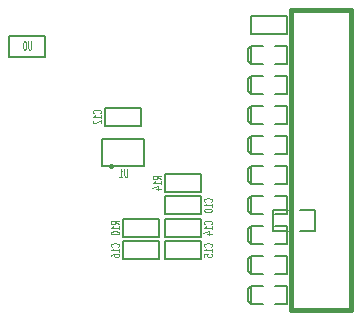
<source format=gbo>
G04 (created by PCBNEW-RS274X (2011-12-28 BZR 3254)-stable) date 17/03/2012 11:59:51*
G01*
G70*
G90*
%MOIN*%
G04 Gerber Fmt 3.4, Leading zero omitted, Abs format*
%FSLAX34Y34*%
G04 APERTURE LIST*
%ADD10C,0.006000*%
%ADD11C,0.015000*%
%ADD12C,0.005000*%
%ADD13C,0.004500*%
G04 APERTURE END LIST*
G54D10*
G54D11*
X50600Y-45000D02*
X50600Y-55000D01*
X48600Y-45000D02*
X48600Y-55000D01*
X50600Y-55000D02*
X48600Y-55000D01*
X48600Y-45000D02*
X50600Y-45000D01*
G54D12*
X47250Y-54800D02*
X47150Y-54700D01*
X47150Y-54700D02*
X47150Y-54300D01*
X47150Y-54300D02*
X47250Y-54200D01*
X47650Y-54200D02*
X47250Y-54200D01*
X47250Y-54200D02*
X47250Y-54800D01*
X47250Y-54800D02*
X47650Y-54800D01*
X48050Y-54800D02*
X48450Y-54800D01*
X48450Y-54800D02*
X48450Y-54200D01*
X48450Y-54200D02*
X48050Y-54200D01*
X47250Y-53800D02*
X47150Y-53700D01*
X47150Y-53700D02*
X47150Y-53300D01*
X47150Y-53300D02*
X47250Y-53200D01*
X47650Y-53200D02*
X47250Y-53200D01*
X47250Y-53200D02*
X47250Y-53800D01*
X47250Y-53800D02*
X47650Y-53800D01*
X48050Y-53800D02*
X48450Y-53800D01*
X48450Y-53800D02*
X48450Y-53200D01*
X48450Y-53200D02*
X48050Y-53200D01*
X47250Y-46800D02*
X47150Y-46700D01*
X47150Y-46700D02*
X47150Y-46300D01*
X47150Y-46300D02*
X47250Y-46200D01*
X47650Y-46200D02*
X47250Y-46200D01*
X47250Y-46200D02*
X47250Y-46800D01*
X47250Y-46800D02*
X47650Y-46800D01*
X48050Y-46800D02*
X48450Y-46800D01*
X48450Y-46800D02*
X48450Y-46200D01*
X48450Y-46200D02*
X48050Y-46200D01*
X47250Y-47800D02*
X47150Y-47700D01*
X47150Y-47700D02*
X47150Y-47300D01*
X47150Y-47300D02*
X47250Y-47200D01*
X47650Y-47200D02*
X47250Y-47200D01*
X47250Y-47200D02*
X47250Y-47800D01*
X47250Y-47800D02*
X47650Y-47800D01*
X48050Y-47800D02*
X48450Y-47800D01*
X48450Y-47800D02*
X48450Y-47200D01*
X48450Y-47200D02*
X48050Y-47200D01*
X47250Y-48800D02*
X47150Y-48700D01*
X47150Y-48700D02*
X47150Y-48300D01*
X47150Y-48300D02*
X47250Y-48200D01*
X47650Y-48200D02*
X47250Y-48200D01*
X47250Y-48200D02*
X47250Y-48800D01*
X47250Y-48800D02*
X47650Y-48800D01*
X48050Y-48800D02*
X48450Y-48800D01*
X48450Y-48800D02*
X48450Y-48200D01*
X48450Y-48200D02*
X48050Y-48200D01*
X47250Y-49800D02*
X47150Y-49700D01*
X47150Y-49700D02*
X47150Y-49300D01*
X47150Y-49300D02*
X47250Y-49200D01*
X47650Y-49200D02*
X47250Y-49200D01*
X47250Y-49200D02*
X47250Y-49800D01*
X47250Y-49800D02*
X47650Y-49800D01*
X48050Y-49800D02*
X48450Y-49800D01*
X48450Y-49800D02*
X48450Y-49200D01*
X48450Y-49200D02*
X48050Y-49200D01*
X47250Y-51800D02*
X47150Y-51700D01*
X47150Y-51700D02*
X47150Y-51300D01*
X47150Y-51300D02*
X47250Y-51200D01*
X47650Y-51200D02*
X47250Y-51200D01*
X47250Y-51200D02*
X47250Y-51800D01*
X47250Y-51800D02*
X47650Y-51800D01*
X48050Y-51800D02*
X48450Y-51800D01*
X48450Y-51800D02*
X48450Y-51200D01*
X48450Y-51200D02*
X48050Y-51200D01*
X47250Y-52800D02*
X47150Y-52700D01*
X47150Y-52700D02*
X47150Y-52300D01*
X47150Y-52300D02*
X47250Y-52200D01*
X47650Y-52200D02*
X47250Y-52200D01*
X47250Y-52200D02*
X47250Y-52800D01*
X47250Y-52800D02*
X47650Y-52800D01*
X48050Y-52800D02*
X48450Y-52800D01*
X48450Y-52800D02*
X48450Y-52200D01*
X48450Y-52200D02*
X48050Y-52200D01*
X47250Y-50800D02*
X47150Y-50700D01*
X47150Y-50700D02*
X47150Y-50300D01*
X47150Y-50300D02*
X47250Y-50200D01*
X47650Y-50200D02*
X47250Y-50200D01*
X47250Y-50200D02*
X47250Y-50800D01*
X47250Y-50800D02*
X47650Y-50800D01*
X48050Y-50800D02*
X48450Y-50800D01*
X48450Y-50800D02*
X48450Y-50200D01*
X48450Y-50200D02*
X48050Y-50200D01*
X43700Y-49300D02*
X42300Y-49300D01*
X43700Y-50200D02*
X42300Y-50200D01*
X42650Y-50200D02*
X42649Y-50209D01*
X42646Y-50219D01*
X42641Y-50227D01*
X42635Y-50235D01*
X42627Y-50241D01*
X42619Y-50246D01*
X42610Y-50248D01*
X42600Y-50249D01*
X42591Y-50249D01*
X42582Y-50246D01*
X42573Y-50241D01*
X42566Y-50235D01*
X42559Y-50228D01*
X42555Y-50219D01*
X42552Y-50210D01*
X42551Y-50200D01*
X42551Y-50191D01*
X42554Y-50182D01*
X42558Y-50173D01*
X42565Y-50166D01*
X42572Y-50159D01*
X42580Y-50155D01*
X42590Y-50152D01*
X42599Y-50151D01*
X42608Y-50151D01*
X42618Y-50154D01*
X42626Y-50158D01*
X42634Y-50164D01*
X42640Y-50172D01*
X42645Y-50180D01*
X42648Y-50189D01*
X42649Y-50199D01*
X42650Y-50200D01*
X42300Y-50200D02*
X42300Y-49300D01*
X43700Y-50200D02*
X43700Y-49300D01*
X48500Y-52350D02*
X48000Y-52350D01*
X48000Y-52350D02*
X48000Y-51650D01*
X48000Y-51650D02*
X48500Y-51650D01*
X48900Y-52350D02*
X49400Y-52350D01*
X49400Y-52350D02*
X49400Y-51650D01*
X49400Y-51650D02*
X48900Y-51650D01*
X44200Y-52700D02*
X43000Y-52700D01*
X43000Y-52700D02*
X43000Y-53300D01*
X43000Y-53300D02*
X44200Y-53300D01*
X44200Y-53300D02*
X44200Y-52700D01*
X45600Y-52700D02*
X44400Y-52700D01*
X44400Y-52700D02*
X44400Y-53300D01*
X44400Y-53300D02*
X45600Y-53300D01*
X45600Y-53300D02*
X45600Y-52700D01*
X44200Y-51950D02*
X43000Y-51950D01*
X43000Y-51950D02*
X43000Y-52550D01*
X43000Y-52550D02*
X44200Y-52550D01*
X44200Y-52550D02*
X44200Y-51950D01*
X48450Y-45200D02*
X47250Y-45200D01*
X47250Y-45200D02*
X47250Y-45800D01*
X47250Y-45800D02*
X48450Y-45800D01*
X48450Y-45800D02*
X48450Y-45200D01*
X44400Y-52550D02*
X45600Y-52550D01*
X45600Y-52550D02*
X45600Y-51950D01*
X45600Y-51950D02*
X44400Y-51950D01*
X44400Y-51950D02*
X44400Y-52550D01*
X43600Y-48250D02*
X42400Y-48250D01*
X42400Y-48250D02*
X42400Y-48850D01*
X42400Y-48850D02*
X43600Y-48850D01*
X43600Y-48850D02*
X43600Y-48250D01*
X44400Y-51800D02*
X45600Y-51800D01*
X45600Y-51800D02*
X45600Y-51200D01*
X45600Y-51200D02*
X44400Y-51200D01*
X44400Y-51200D02*
X44400Y-51800D01*
X39200Y-45850D02*
X39200Y-46550D01*
X39200Y-46550D02*
X40400Y-46550D01*
X40400Y-46550D02*
X40400Y-45850D01*
X40400Y-45850D02*
X39200Y-45850D01*
X45600Y-50450D02*
X44400Y-50450D01*
X44400Y-50450D02*
X44400Y-51050D01*
X44400Y-51050D02*
X45600Y-51050D01*
X45600Y-51050D02*
X45600Y-50450D01*
G54D13*
X43137Y-50283D02*
X43137Y-50510D01*
X43129Y-50537D01*
X43120Y-50550D01*
X43103Y-50563D01*
X43069Y-50563D01*
X43051Y-50550D01*
X43043Y-50537D01*
X43034Y-50510D01*
X43034Y-50283D01*
X42854Y-50563D02*
X42957Y-50563D01*
X42905Y-50563D02*
X42905Y-50283D01*
X42922Y-50323D01*
X42940Y-50350D01*
X42957Y-50363D01*
X42837Y-52885D02*
X42850Y-52876D01*
X42863Y-52850D01*
X42863Y-52833D01*
X42850Y-52808D01*
X42823Y-52790D01*
X42797Y-52782D01*
X42743Y-52773D01*
X42703Y-52773D01*
X42650Y-52782D01*
X42623Y-52790D01*
X42597Y-52808D01*
X42583Y-52833D01*
X42583Y-52850D01*
X42597Y-52876D01*
X42610Y-52885D01*
X42863Y-53056D02*
X42863Y-52953D01*
X42863Y-53005D02*
X42583Y-53005D01*
X42623Y-52988D01*
X42650Y-52970D01*
X42663Y-52953D01*
X42583Y-53210D02*
X42583Y-53176D01*
X42597Y-53159D01*
X42610Y-53150D01*
X42650Y-53133D01*
X42703Y-53124D01*
X42810Y-53124D01*
X42837Y-53133D01*
X42850Y-53141D01*
X42863Y-53159D01*
X42863Y-53193D01*
X42850Y-53210D01*
X42837Y-53219D01*
X42810Y-53227D01*
X42743Y-53227D01*
X42717Y-53219D01*
X42703Y-53210D01*
X42690Y-53193D01*
X42690Y-53159D01*
X42703Y-53141D01*
X42717Y-53133D01*
X42743Y-53124D01*
X45937Y-52885D02*
X45950Y-52876D01*
X45963Y-52850D01*
X45963Y-52833D01*
X45950Y-52808D01*
X45923Y-52790D01*
X45897Y-52782D01*
X45843Y-52773D01*
X45803Y-52773D01*
X45750Y-52782D01*
X45723Y-52790D01*
X45697Y-52808D01*
X45683Y-52833D01*
X45683Y-52850D01*
X45697Y-52876D01*
X45710Y-52885D01*
X45963Y-53056D02*
X45963Y-52953D01*
X45963Y-53005D02*
X45683Y-53005D01*
X45723Y-52988D01*
X45750Y-52970D01*
X45763Y-52953D01*
X45683Y-53219D02*
X45683Y-53133D01*
X45817Y-53124D01*
X45803Y-53133D01*
X45790Y-53150D01*
X45790Y-53193D01*
X45803Y-53210D01*
X45817Y-53219D01*
X45843Y-53227D01*
X45910Y-53227D01*
X45937Y-53219D01*
X45950Y-53210D01*
X45963Y-53193D01*
X45963Y-53150D01*
X45950Y-53133D01*
X45937Y-53124D01*
X42863Y-52135D02*
X42730Y-52075D01*
X42863Y-52032D02*
X42583Y-52032D01*
X42583Y-52100D01*
X42597Y-52118D01*
X42610Y-52126D01*
X42637Y-52135D01*
X42677Y-52135D01*
X42703Y-52126D01*
X42717Y-52118D01*
X42730Y-52100D01*
X42730Y-52032D01*
X42863Y-52306D02*
X42863Y-52203D01*
X42863Y-52255D02*
X42583Y-52255D01*
X42623Y-52238D01*
X42650Y-52220D01*
X42663Y-52203D01*
X42583Y-52417D02*
X42583Y-52434D01*
X42597Y-52451D01*
X42610Y-52460D01*
X42637Y-52469D01*
X42690Y-52477D01*
X42757Y-52477D01*
X42810Y-52469D01*
X42837Y-52460D01*
X42850Y-52451D01*
X42863Y-52434D01*
X42863Y-52417D01*
X42850Y-52400D01*
X42837Y-52391D01*
X42810Y-52383D01*
X42757Y-52374D01*
X42690Y-52374D01*
X42637Y-52383D01*
X42610Y-52391D01*
X42597Y-52400D01*
X42583Y-52417D01*
X45937Y-52135D02*
X45950Y-52126D01*
X45963Y-52100D01*
X45963Y-52083D01*
X45950Y-52058D01*
X45923Y-52040D01*
X45897Y-52032D01*
X45843Y-52023D01*
X45803Y-52023D01*
X45750Y-52032D01*
X45723Y-52040D01*
X45697Y-52058D01*
X45683Y-52083D01*
X45683Y-52100D01*
X45697Y-52126D01*
X45710Y-52135D01*
X45963Y-52306D02*
X45963Y-52203D01*
X45963Y-52255D02*
X45683Y-52255D01*
X45723Y-52238D01*
X45750Y-52220D01*
X45763Y-52203D01*
X45777Y-52460D02*
X45963Y-52460D01*
X45670Y-52417D02*
X45870Y-52374D01*
X45870Y-52486D01*
X42237Y-48435D02*
X42250Y-48426D01*
X42263Y-48400D01*
X42263Y-48383D01*
X42250Y-48358D01*
X42223Y-48340D01*
X42197Y-48332D01*
X42143Y-48323D01*
X42103Y-48323D01*
X42050Y-48332D01*
X42023Y-48340D01*
X41997Y-48358D01*
X41983Y-48383D01*
X41983Y-48400D01*
X41997Y-48426D01*
X42010Y-48435D01*
X42263Y-48606D02*
X42263Y-48503D01*
X42263Y-48555D02*
X41983Y-48555D01*
X42023Y-48538D01*
X42050Y-48520D01*
X42063Y-48503D01*
X42010Y-48674D02*
X41997Y-48683D01*
X41983Y-48700D01*
X41983Y-48743D01*
X41997Y-48760D01*
X42010Y-48769D01*
X42037Y-48777D01*
X42063Y-48777D01*
X42103Y-48769D01*
X42263Y-48666D01*
X42263Y-48777D01*
X45937Y-51385D02*
X45950Y-51376D01*
X45963Y-51350D01*
X45963Y-51333D01*
X45950Y-51308D01*
X45923Y-51290D01*
X45897Y-51282D01*
X45843Y-51273D01*
X45803Y-51273D01*
X45750Y-51282D01*
X45723Y-51290D01*
X45697Y-51308D01*
X45683Y-51333D01*
X45683Y-51350D01*
X45697Y-51376D01*
X45710Y-51385D01*
X45963Y-51556D02*
X45963Y-51453D01*
X45963Y-51505D02*
X45683Y-51505D01*
X45723Y-51488D01*
X45750Y-51470D01*
X45763Y-51453D01*
X45683Y-51667D02*
X45683Y-51684D01*
X45697Y-51701D01*
X45710Y-51710D01*
X45737Y-51719D01*
X45790Y-51727D01*
X45857Y-51727D01*
X45910Y-51719D01*
X45937Y-51710D01*
X45950Y-51701D01*
X45963Y-51684D01*
X45963Y-51667D01*
X45950Y-51650D01*
X45937Y-51641D01*
X45910Y-51633D01*
X45857Y-51624D01*
X45790Y-51624D01*
X45737Y-51633D01*
X45710Y-51641D01*
X45697Y-51650D01*
X45683Y-51667D01*
X39937Y-46033D02*
X39937Y-46260D01*
X39929Y-46287D01*
X39920Y-46300D01*
X39903Y-46313D01*
X39869Y-46313D01*
X39851Y-46300D01*
X39843Y-46287D01*
X39834Y-46260D01*
X39834Y-46033D01*
X39714Y-46033D02*
X39697Y-46033D01*
X39680Y-46047D01*
X39671Y-46060D01*
X39662Y-46087D01*
X39654Y-46140D01*
X39654Y-46207D01*
X39662Y-46260D01*
X39671Y-46287D01*
X39680Y-46300D01*
X39697Y-46313D01*
X39714Y-46313D01*
X39731Y-46300D01*
X39740Y-46287D01*
X39748Y-46260D01*
X39757Y-46207D01*
X39757Y-46140D01*
X39748Y-46087D01*
X39740Y-46060D01*
X39731Y-46047D01*
X39714Y-46033D01*
X44263Y-50635D02*
X44130Y-50575D01*
X44263Y-50532D02*
X43983Y-50532D01*
X43983Y-50600D01*
X43997Y-50618D01*
X44010Y-50626D01*
X44037Y-50635D01*
X44077Y-50635D01*
X44103Y-50626D01*
X44117Y-50618D01*
X44130Y-50600D01*
X44130Y-50532D01*
X44263Y-50806D02*
X44263Y-50703D01*
X44263Y-50755D02*
X43983Y-50755D01*
X44023Y-50738D01*
X44050Y-50720D01*
X44063Y-50703D01*
X44077Y-50960D02*
X44263Y-50960D01*
X43970Y-50917D02*
X44170Y-50874D01*
X44170Y-50986D01*
M02*

</source>
